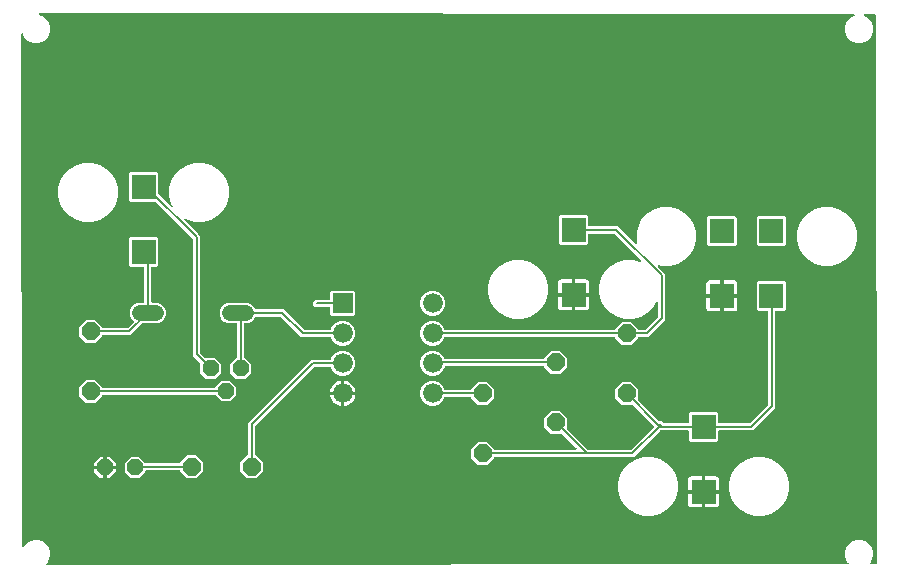
<source format=gbr>
G04 EAGLE Gerber RS-274X export*
G75*
%MOMM*%
%FSLAX34Y34*%
%LPD*%
%INTop Copper*%
%IPPOS*%
%AMOC8*
5,1,8,0,0,1.08239X$1,22.5*%
G01*
%ADD10C,1.320800*%
%ADD11P,1.429621X8X202.500000*%
%ADD12R,1.676400X1.676400*%
%ADD13C,1.676400*%
%ADD14P,1.649562X8X112.500000*%
%ADD15P,1.649562X8X202.500000*%
%ADD16R,2.100000X2.100000*%
%ADD17C,0.203200*%

G36*
X690974Y159988D02*
X690974Y159988D01*
X691045Y160000D01*
X691116Y160001D01*
X691165Y160019D01*
X691217Y160028D01*
X691280Y160061D01*
X691347Y160086D01*
X691388Y160119D01*
X691434Y160143D01*
X691483Y160195D01*
X691539Y160240D01*
X691567Y160284D01*
X691604Y160322D01*
X691634Y160387D01*
X691672Y160447D01*
X691685Y160497D01*
X691707Y160545D01*
X691715Y160616D01*
X691732Y160685D01*
X691728Y160737D01*
X691734Y160790D01*
X691719Y160859D01*
X691713Y160930D01*
X691693Y160979D01*
X691681Y161030D01*
X691645Y161091D01*
X691617Y161157D01*
X691572Y161213D01*
X691555Y161241D01*
X691537Y161256D01*
X691512Y161288D01*
X690506Y162293D01*
X688693Y166671D01*
X688693Y171409D01*
X690506Y175787D01*
X693857Y179137D01*
X698235Y180951D01*
X702973Y180951D01*
X707351Y179137D01*
X710701Y175787D01*
X712514Y171409D01*
X712514Y166671D01*
X710701Y162293D01*
X709715Y161307D01*
X709673Y161249D01*
X709624Y161196D01*
X709602Y161149D01*
X709572Y161108D01*
X709551Y161039D01*
X709520Y160973D01*
X709515Y160922D01*
X709499Y160872D01*
X709501Y160800D01*
X709493Y160729D01*
X709504Y160678D01*
X709506Y160627D01*
X709531Y160559D01*
X709546Y160488D01*
X709572Y160444D01*
X709590Y160396D01*
X709635Y160339D01*
X709672Y160277D01*
X709712Y160244D01*
X709744Y160204D01*
X709805Y160165D01*
X709859Y160118D01*
X709907Y160099D01*
X709951Y160071D01*
X710021Y160053D01*
X710088Y160026D01*
X710158Y160018D01*
X710189Y160010D01*
X710213Y160012D01*
X710254Y160008D01*
X714727Y160012D01*
X714747Y160016D01*
X714767Y160013D01*
X714868Y160036D01*
X714969Y160052D01*
X714987Y160062D01*
X715007Y160066D01*
X715096Y160119D01*
X715187Y160168D01*
X715200Y160182D01*
X715218Y160193D01*
X715285Y160271D01*
X715356Y160346D01*
X715364Y160365D01*
X715377Y160380D01*
X715416Y160476D01*
X715459Y160569D01*
X715461Y160589D01*
X715469Y160608D01*
X715487Y160775D01*
X714678Y624856D01*
X714675Y624875D01*
X714678Y624893D01*
X714655Y624996D01*
X714638Y625099D01*
X714630Y625115D01*
X714626Y625134D01*
X714572Y625224D01*
X714523Y625316D01*
X714509Y625329D01*
X714500Y625345D01*
X714420Y625413D01*
X714344Y625485D01*
X714327Y625493D01*
X714313Y625505D01*
X714215Y625545D01*
X714121Y625588D01*
X714102Y625590D01*
X714085Y625597D01*
X713918Y625616D01*
X705283Y625627D01*
X705187Y625611D01*
X705089Y625602D01*
X705066Y625592D01*
X705040Y625587D01*
X704954Y625542D01*
X704864Y625502D01*
X704846Y625485D01*
X704823Y625473D01*
X704755Y625402D01*
X704683Y625336D01*
X704671Y625313D01*
X704653Y625294D01*
X704612Y625206D01*
X704565Y625120D01*
X704560Y625095D01*
X704549Y625072D01*
X704538Y624974D01*
X704521Y624878D01*
X704525Y624853D01*
X704522Y624827D01*
X704543Y624731D01*
X704557Y624635D01*
X704568Y624612D01*
X704574Y624587D01*
X704624Y624503D01*
X704668Y624415D01*
X704687Y624397D01*
X704700Y624375D01*
X704774Y624312D01*
X704844Y624243D01*
X704872Y624228D01*
X704887Y624215D01*
X704917Y624203D01*
X704991Y624162D01*
X707351Y623185D01*
X710701Y619834D01*
X712514Y615457D01*
X712514Y610718D01*
X710701Y606340D01*
X707351Y602990D01*
X702973Y601177D01*
X698235Y601177D01*
X693857Y602990D01*
X690506Y606340D01*
X688693Y610718D01*
X688693Y615457D01*
X690506Y619834D01*
X693857Y623185D01*
X696245Y624174D01*
X696327Y624225D01*
X696413Y624270D01*
X696431Y624290D01*
X696454Y624304D01*
X696516Y624378D01*
X696582Y624448D01*
X696594Y624473D01*
X696611Y624493D01*
X696645Y624583D01*
X696686Y624671D01*
X696689Y624698D01*
X696699Y624723D01*
X696703Y624819D01*
X696714Y624916D01*
X696708Y624942D01*
X696709Y624968D01*
X696682Y625061D01*
X696662Y625156D01*
X696648Y625179D01*
X696641Y625205D01*
X696586Y625284D01*
X696536Y625367D01*
X696516Y625385D01*
X696500Y625407D01*
X696423Y625465D01*
X696349Y625528D01*
X696324Y625538D01*
X696303Y625553D01*
X696211Y625583D01*
X696121Y625620D01*
X696088Y625624D01*
X696069Y625630D01*
X696036Y625629D01*
X695954Y625639D01*
X6589Y626502D01*
X6493Y626486D01*
X6395Y626477D01*
X6372Y626466D01*
X6347Y626462D01*
X6260Y626416D01*
X6171Y626377D01*
X6152Y626359D01*
X6129Y626347D01*
X6061Y626276D01*
X5990Y626210D01*
X5977Y626188D01*
X5960Y626169D01*
X5918Y626081D01*
X5871Y625995D01*
X5866Y625970D01*
X5856Y625946D01*
X5845Y625849D01*
X5827Y625753D01*
X5831Y625727D01*
X5828Y625702D01*
X5849Y625606D01*
X5863Y625509D01*
X5875Y625487D01*
X5880Y625461D01*
X5930Y625377D01*
X5975Y625290D01*
X5993Y625272D01*
X6006Y625250D01*
X6080Y625186D01*
X6150Y625118D01*
X6178Y625102D01*
X6193Y625090D01*
X6223Y625078D01*
X6297Y625037D01*
X10769Y623185D01*
X14119Y619834D01*
X15933Y615457D01*
X15933Y610718D01*
X14119Y606340D01*
X10769Y602990D01*
X6391Y601177D01*
X1653Y601177D01*
X-2725Y602990D01*
X-6075Y606340D01*
X-7207Y609072D01*
X-7258Y609155D01*
X-7304Y609242D01*
X-7323Y609259D01*
X-7336Y609281D01*
X-7412Y609343D01*
X-7483Y609411D01*
X-7506Y609421D01*
X-7526Y609438D01*
X-7618Y609473D01*
X-7706Y609514D01*
X-7732Y609517D01*
X-7756Y609526D01*
X-7853Y609530D01*
X-7951Y609541D01*
X-7976Y609535D01*
X-8001Y609536D01*
X-8095Y609509D01*
X-8191Y609488D01*
X-8213Y609475D01*
X-8237Y609468D01*
X-8318Y609412D01*
X-8402Y609361D01*
X-8419Y609342D01*
X-8440Y609327D01*
X-8498Y609249D01*
X-8562Y609174D01*
X-8571Y609151D01*
X-8586Y609130D01*
X-8617Y609037D01*
X-8653Y608946D01*
X-8657Y608914D01*
X-8663Y608896D01*
X-8662Y608863D01*
X-8671Y608779D01*
X-7919Y175163D01*
X-7903Y175068D01*
X-7894Y174971D01*
X-7883Y174947D01*
X-7878Y174921D01*
X-7833Y174835D01*
X-7794Y174747D01*
X-7776Y174727D01*
X-7763Y174703D01*
X-7693Y174637D01*
X-7627Y174566D01*
X-7604Y174553D01*
X-7584Y174534D01*
X-7497Y174494D01*
X-7412Y174447D01*
X-7385Y174442D01*
X-7361Y174431D01*
X-7265Y174421D01*
X-7170Y174403D01*
X-7143Y174407D01*
X-7116Y174404D01*
X-7022Y174425D01*
X-6926Y174439D01*
X-6902Y174451D01*
X-6876Y174457D01*
X-6793Y174507D01*
X-6707Y174551D01*
X-6688Y174570D01*
X-6665Y174584D01*
X-6602Y174657D01*
X-6535Y174726D01*
X-6519Y174756D01*
X-6506Y174771D01*
X-6493Y174801D01*
X-6454Y174873D01*
X-6075Y175787D01*
X-2725Y179137D01*
X1653Y180951D01*
X6391Y180951D01*
X10769Y179137D01*
X14119Y175787D01*
X15933Y171409D01*
X15933Y166671D01*
X14119Y162293D01*
X12419Y160593D01*
X12377Y160534D01*
X12327Y160482D01*
X12306Y160435D01*
X12275Y160393D01*
X12254Y160324D01*
X12224Y160259D01*
X12218Y160207D01*
X12203Y160158D01*
X12205Y160086D01*
X12197Y160014D01*
X12208Y159964D01*
X12209Y159912D01*
X12234Y159844D01*
X12250Y159774D01*
X12276Y159730D01*
X12294Y159681D01*
X12339Y159625D01*
X12376Y159563D01*
X12415Y159529D01*
X12448Y159489D01*
X12508Y159450D01*
X12563Y159403D01*
X12611Y159384D01*
X12655Y159356D01*
X12724Y159338D01*
X12791Y159312D01*
X12862Y159304D01*
X12893Y159296D01*
X12917Y159298D01*
X12958Y159293D01*
X690974Y159988D01*
G37*
%LPC*%
G36*
X337445Y345180D02*
X337445Y345180D01*
X333617Y346766D01*
X330687Y349695D01*
X329101Y353523D01*
X329101Y357667D01*
X330687Y361494D01*
X333617Y364424D01*
X337445Y366010D01*
X341588Y366010D01*
X345416Y364424D01*
X348345Y361494D01*
X349331Y359114D01*
X349393Y359014D01*
X349453Y358914D01*
X349458Y358910D01*
X349461Y358905D01*
X349552Y358830D01*
X349640Y358754D01*
X349646Y358752D01*
X349651Y358748D01*
X349759Y358706D01*
X349868Y358662D01*
X349876Y358661D01*
X349880Y358660D01*
X349898Y358659D01*
X350035Y358644D01*
X493333Y358644D01*
X493353Y358647D01*
X493372Y358645D01*
X493474Y358667D01*
X493576Y358683D01*
X493593Y358693D01*
X493613Y358697D01*
X493702Y358750D01*
X493793Y358798D01*
X493807Y358813D01*
X493824Y358823D01*
X493891Y358902D01*
X493962Y358977D01*
X493971Y358995D01*
X493984Y359010D01*
X494022Y359106D01*
X494066Y359200D01*
X494068Y359220D01*
X494076Y359238D01*
X494094Y359405D01*
X494094Y359523D01*
X499749Y365178D01*
X507745Y365178D01*
X513400Y359523D01*
X513400Y359335D01*
X513403Y359315D01*
X513401Y359296D01*
X513423Y359194D01*
X513439Y359092D01*
X513449Y359075D01*
X513453Y359055D01*
X513506Y358966D01*
X513554Y358875D01*
X513569Y358861D01*
X513579Y358844D01*
X513658Y358777D01*
X513733Y358706D01*
X513751Y358697D01*
X513766Y358684D01*
X513862Y358645D01*
X513956Y358602D01*
X513976Y358600D01*
X513994Y358592D01*
X514161Y358574D01*
X519030Y358574D01*
X519120Y358589D01*
X519211Y358596D01*
X519241Y358608D01*
X519273Y358614D01*
X519354Y358656D01*
X519438Y358692D01*
X519470Y358718D01*
X519491Y358729D01*
X519513Y358752D01*
X519569Y358797D01*
X530075Y369303D01*
X530128Y369377D01*
X530188Y369446D01*
X530200Y369477D01*
X530218Y369503D01*
X530245Y369590D01*
X530279Y369675D01*
X530284Y369716D01*
X530291Y369738D01*
X530290Y369770D01*
X530298Y369841D01*
X530298Y381959D01*
X530290Y382006D01*
X530292Y382054D01*
X530270Y382127D01*
X530258Y382201D01*
X530236Y382244D01*
X530222Y382290D01*
X530179Y382352D01*
X530143Y382419D01*
X530108Y382452D01*
X530081Y382491D01*
X530020Y382536D01*
X529965Y382588D01*
X529921Y382608D01*
X529883Y382637D01*
X529810Y382660D01*
X529742Y382692D01*
X529694Y382697D01*
X529648Y382712D01*
X529572Y382711D01*
X529497Y382719D01*
X529450Y382709D01*
X529402Y382708D01*
X529331Y382683D01*
X529257Y382667D01*
X529216Y382642D01*
X529170Y382626D01*
X529111Y382579D01*
X529046Y382540D01*
X529015Y382504D01*
X528977Y382474D01*
X528901Y382371D01*
X528886Y382354D01*
X528883Y382347D01*
X528877Y382339D01*
X525981Y377323D01*
X521297Y372638D01*
X515559Y369326D01*
X509160Y367611D01*
X502535Y367611D01*
X496136Y369326D01*
X490398Y372638D01*
X485714Y377323D01*
X482401Y383060D01*
X480687Y389459D01*
X480687Y396084D01*
X482401Y402483D01*
X485714Y408221D01*
X490398Y412905D01*
X496136Y416218D01*
X502535Y417932D01*
X509160Y417932D01*
X515444Y416249D01*
X515491Y416244D01*
X515537Y416230D01*
X515613Y416232D01*
X515688Y416224D01*
X515735Y416235D01*
X515783Y416236D01*
X515854Y416262D01*
X515928Y416279D01*
X515969Y416304D01*
X516014Y416321D01*
X516073Y416368D01*
X516138Y416408D01*
X516169Y416444D01*
X516206Y416474D01*
X516247Y416538D01*
X516296Y416596D01*
X516313Y416641D01*
X516339Y416681D01*
X516358Y416755D01*
X516385Y416825D01*
X516387Y416873D01*
X516399Y416920D01*
X516393Y416995D01*
X516397Y417071D01*
X516384Y417117D01*
X516380Y417165D01*
X516350Y417235D01*
X516330Y417308D01*
X516302Y417347D01*
X516284Y417391D01*
X516203Y417492D01*
X516190Y417511D01*
X516185Y417515D01*
X516179Y417522D01*
X493801Y439900D01*
X493727Y439953D01*
X493658Y440013D01*
X493628Y440025D01*
X493601Y440044D01*
X493515Y440070D01*
X493430Y440105D01*
X493389Y440109D01*
X493366Y440116D01*
X493334Y440115D01*
X493263Y440123D01*
X472141Y440123D01*
X472122Y440120D01*
X472102Y440122D01*
X472001Y440100D01*
X471899Y440083D01*
X471881Y440074D01*
X471862Y440070D01*
X471773Y440016D01*
X471681Y439968D01*
X471668Y439954D01*
X471651Y439944D01*
X471583Y439865D01*
X471512Y439790D01*
X471504Y439772D01*
X471491Y439757D01*
X471452Y439660D01*
X471408Y439567D01*
X471406Y439547D01*
X471399Y439528D01*
X471380Y439362D01*
X471380Y431830D01*
X470189Y430639D01*
X447505Y430639D01*
X446315Y431830D01*
X446315Y454514D01*
X447505Y455704D01*
X470189Y455704D01*
X471380Y454514D01*
X471380Y446982D01*
X471383Y446962D01*
X471381Y446942D01*
X471403Y446841D01*
X471420Y446739D01*
X471429Y446721D01*
X471433Y446702D01*
X471487Y446613D01*
X471535Y446522D01*
X471549Y446508D01*
X471560Y446491D01*
X471638Y446423D01*
X471713Y446352D01*
X471731Y446344D01*
X471747Y446331D01*
X471843Y446292D01*
X471936Y446249D01*
X471956Y446246D01*
X471975Y446239D01*
X472141Y446220D01*
X496104Y446220D01*
X511686Y430638D01*
X511725Y430610D01*
X511758Y430575D01*
X511824Y430539D01*
X511886Y430495D01*
X511932Y430481D01*
X511974Y430458D01*
X512049Y430445D01*
X512121Y430422D01*
X512169Y430424D01*
X512216Y430415D01*
X512291Y430427D01*
X512367Y430429D01*
X512412Y430445D01*
X512459Y430452D01*
X512526Y430487D01*
X512598Y430513D01*
X512635Y430543D01*
X512678Y430565D01*
X512731Y430619D01*
X512790Y430667D01*
X512816Y430707D01*
X512849Y430742D01*
X512882Y430810D01*
X512923Y430874D01*
X512935Y430920D01*
X512955Y430964D01*
X512964Y431039D01*
X512983Y431112D01*
X512979Y431160D01*
X512985Y431208D01*
X512966Y431335D01*
X512964Y431358D01*
X512961Y431364D01*
X512960Y431374D01*
X512145Y434413D01*
X512145Y441038D01*
X513860Y447437D01*
X517172Y453174D01*
X521857Y457859D01*
X527594Y461171D01*
X533994Y462886D01*
X540619Y462886D01*
X547018Y461171D01*
X552755Y457859D01*
X557440Y453174D01*
X560752Y447437D01*
X562467Y441038D01*
X562467Y434413D01*
X560752Y428013D01*
X557440Y422276D01*
X552755Y417592D01*
X547018Y414279D01*
X540619Y412564D01*
X533994Y412564D01*
X530955Y413379D01*
X530907Y413384D01*
X530861Y413398D01*
X530785Y413396D01*
X530710Y413403D01*
X530663Y413393D01*
X530615Y413391D01*
X530544Y413365D01*
X530470Y413348D01*
X530429Y413323D01*
X530384Y413307D01*
X530325Y413260D01*
X530260Y413220D01*
X530229Y413183D01*
X530192Y413153D01*
X530151Y413089D01*
X530102Y413031D01*
X530085Y412987D01*
X530059Y412946D01*
X530041Y412873D01*
X530013Y412802D01*
X530011Y412754D01*
X529999Y412708D01*
X530005Y412632D01*
X530001Y412556D01*
X530014Y412510D01*
X530018Y412462D01*
X530048Y412393D01*
X530068Y412320D01*
X530096Y412280D01*
X530114Y412236D01*
X530195Y412136D01*
X530208Y412117D01*
X530213Y412113D01*
X530219Y412105D01*
X534387Y407938D01*
X536395Y405929D01*
X536395Y367000D01*
X521871Y352476D01*
X514161Y352476D01*
X514141Y352473D01*
X514121Y352475D01*
X514020Y352453D01*
X513918Y352437D01*
X513900Y352427D01*
X513881Y352423D01*
X513792Y352370D01*
X513701Y352322D01*
X513687Y352307D01*
X513670Y352297D01*
X513603Y352218D01*
X513531Y352143D01*
X513523Y352125D01*
X513510Y352110D01*
X513471Y352014D01*
X513428Y351920D01*
X513425Y351900D01*
X513418Y351882D01*
X513400Y351715D01*
X513400Y351527D01*
X507745Y345872D01*
X499749Y345872D01*
X494094Y351527D01*
X494094Y351785D01*
X494091Y351805D01*
X494093Y351824D01*
X494071Y351926D01*
X494054Y352028D01*
X494045Y352045D01*
X494041Y352065D01*
X493988Y352154D01*
X493939Y352245D01*
X493925Y352259D01*
X493915Y352276D01*
X493836Y352343D01*
X493761Y352414D01*
X493743Y352423D01*
X493728Y352436D01*
X493631Y352475D01*
X493538Y352518D01*
X493518Y352520D01*
X493500Y352528D01*
X493333Y352546D01*
X350035Y352546D01*
X349920Y352527D01*
X349804Y352510D01*
X349798Y352507D01*
X349792Y352506D01*
X349689Y352452D01*
X349585Y352399D01*
X349580Y352394D01*
X349575Y352391D01*
X349495Y352307D01*
X349412Y352223D01*
X349409Y352217D01*
X349405Y352213D01*
X349397Y352196D01*
X349331Y352076D01*
X348345Y349695D01*
X345416Y346766D01*
X341588Y345180D01*
X337445Y345180D01*
G37*
%LPD*%
%LPC*%
G36*
X377833Y244270D02*
X377833Y244270D01*
X372179Y249924D01*
X372179Y257921D01*
X377833Y263575D01*
X385830Y263575D01*
X391484Y257921D01*
X391484Y257733D01*
X391487Y257713D01*
X391485Y257693D01*
X391507Y257592D01*
X391524Y257490D01*
X391533Y257472D01*
X391537Y257453D01*
X391591Y257364D01*
X391639Y257272D01*
X391653Y257259D01*
X391664Y257242D01*
X391742Y257174D01*
X391817Y257103D01*
X391835Y257095D01*
X391850Y257082D01*
X391947Y257043D01*
X392040Y256999D01*
X392060Y256997D01*
X392079Y256990D01*
X392245Y256971D01*
X460685Y256971D01*
X460756Y256983D01*
X460828Y256985D01*
X460877Y257003D01*
X460928Y257011D01*
X460991Y257044D01*
X461059Y257069D01*
X461100Y257102D01*
X461145Y257126D01*
X461195Y257178D01*
X461251Y257223D01*
X461279Y257267D01*
X461315Y257304D01*
X461345Y257369D01*
X461384Y257430D01*
X461397Y257480D01*
X461418Y257528D01*
X461426Y257599D01*
X461444Y257668D01*
X461440Y257720D01*
X461446Y257772D01*
X461430Y257842D01*
X461425Y257914D01*
X461404Y257961D01*
X461393Y258012D01*
X461356Y258074D01*
X461328Y258140D01*
X461284Y258196D01*
X461267Y258223D01*
X461249Y258239D01*
X461224Y258271D01*
X448844Y270651D01*
X448827Y270662D01*
X448815Y270678D01*
X448728Y270734D01*
X448644Y270794D01*
X448625Y270800D01*
X448608Y270811D01*
X448508Y270836D01*
X448409Y270867D01*
X448389Y270866D01*
X448370Y270871D01*
X448267Y270863D01*
X448163Y270860D01*
X448144Y270853D01*
X448124Y270852D01*
X448030Y270812D01*
X447932Y270776D01*
X447916Y270763D01*
X447898Y270756D01*
X447767Y270651D01*
X447634Y270518D01*
X439637Y270518D01*
X433983Y276172D01*
X433983Y284169D01*
X439637Y289823D01*
X447634Y289823D01*
X453288Y284169D01*
X453288Y276172D01*
X453155Y276039D01*
X453144Y276023D01*
X453128Y276010D01*
X453072Y275923D01*
X453012Y275839D01*
X453006Y275820D01*
X452995Y275803D01*
X452970Y275703D01*
X452939Y275604D01*
X452940Y275584D01*
X452935Y275565D01*
X452943Y275462D01*
X452946Y275358D01*
X452953Y275339D01*
X452954Y275320D01*
X452994Y275225D01*
X453030Y275127D01*
X453043Y275112D01*
X453050Y275093D01*
X453155Y274962D01*
X470923Y257194D01*
X470997Y257141D01*
X471067Y257082D01*
X471097Y257070D01*
X471123Y257051D01*
X471210Y257024D01*
X471295Y256990D01*
X471336Y256985D01*
X471358Y256978D01*
X471390Y256979D01*
X471462Y256971D01*
X506756Y256971D01*
X506846Y256986D01*
X506937Y256993D01*
X506967Y257006D01*
X506999Y257011D01*
X507080Y257054D01*
X507163Y257089D01*
X507196Y257115D01*
X507216Y257126D01*
X507238Y257149D01*
X507294Y257194D01*
X526592Y276492D01*
X526604Y276508D01*
X526619Y276520D01*
X526675Y276608D01*
X526736Y276692D01*
X526741Y276710D01*
X526752Y276727D01*
X526777Y276828D01*
X526808Y276927D01*
X526807Y276947D01*
X526812Y276966D01*
X526804Y277069D01*
X526802Y277172D01*
X526795Y277191D01*
X526793Y277211D01*
X526753Y277306D01*
X526717Y277403D01*
X526705Y277419D01*
X526697Y277437D01*
X526592Y277568D01*
X508955Y295205D01*
X508939Y295217D01*
X508926Y295233D01*
X508839Y295289D01*
X508755Y295349D01*
X508736Y295355D01*
X508719Y295366D01*
X508619Y295391D01*
X508520Y295421D01*
X508500Y295421D01*
X508481Y295426D01*
X508378Y295418D01*
X508274Y295415D01*
X508255Y295408D01*
X508236Y295407D01*
X508141Y295366D01*
X508043Y295331D01*
X508027Y295318D01*
X508009Y295310D01*
X507878Y295205D01*
X507745Y295072D01*
X499749Y295072D01*
X494094Y300727D01*
X494094Y308723D01*
X499749Y314378D01*
X507745Y314378D01*
X513400Y308723D01*
X513400Y300727D01*
X513266Y300594D01*
X513255Y300577D01*
X513239Y300565D01*
X513183Y300478D01*
X513123Y300394D01*
X513117Y300375D01*
X513106Y300358D01*
X513081Y300258D01*
X513050Y300159D01*
X513051Y300139D01*
X513046Y300120D01*
X513054Y300017D01*
X513057Y299913D01*
X513064Y299894D01*
X513065Y299874D01*
X513106Y299779D01*
X513141Y299682D01*
X513154Y299666D01*
X513162Y299648D01*
X513266Y299517D01*
X531423Y281360D01*
X531497Y281307D01*
X531567Y281247D01*
X531597Y281235D01*
X531623Y281216D01*
X531710Y281190D01*
X531795Y281155D01*
X531836Y281151D01*
X531858Y281144D01*
X531890Y281145D01*
X531962Y281137D01*
X533763Y281137D01*
X535233Y279667D01*
X535307Y279614D01*
X535377Y279554D01*
X535407Y279542D01*
X535433Y279523D01*
X535520Y279496D01*
X535605Y279462D01*
X535646Y279458D01*
X535668Y279451D01*
X535700Y279452D01*
X535771Y279444D01*
X555609Y279444D01*
X555629Y279447D01*
X555649Y279445D01*
X555750Y279467D01*
X555852Y279484D01*
X555869Y279493D01*
X555889Y279497D01*
X555978Y279550D01*
X556069Y279599D01*
X556083Y279613D01*
X556100Y279623D01*
X556167Y279702D01*
X556239Y279777D01*
X556247Y279795D01*
X556260Y279810D01*
X556299Y279906D01*
X556342Y280000D01*
X556344Y280020D01*
X556352Y280038D01*
X556370Y280205D01*
X556370Y287737D01*
X557561Y288928D01*
X580245Y288928D01*
X581436Y287737D01*
X581436Y280205D01*
X581439Y280185D01*
X581437Y280166D01*
X581459Y280064D01*
X581476Y279962D01*
X581485Y279945D01*
X581489Y279925D01*
X581542Y279836D01*
X581591Y279745D01*
X581605Y279731D01*
X581615Y279714D01*
X581694Y279647D01*
X581769Y279576D01*
X581787Y279567D01*
X581802Y279554D01*
X581898Y279515D01*
X581992Y279472D01*
X582012Y279470D01*
X582030Y279462D01*
X582197Y279444D01*
X607524Y279444D01*
X607614Y279459D01*
X607705Y279466D01*
X607734Y279478D01*
X607766Y279484D01*
X607847Y279526D01*
X607931Y279562D01*
X607963Y279588D01*
X607984Y279599D01*
X608006Y279622D01*
X608062Y279667D01*
X623199Y294804D01*
X623252Y294878D01*
X623312Y294947D01*
X623324Y294977D01*
X623343Y295004D01*
X623369Y295091D01*
X623403Y295175D01*
X623408Y295216D01*
X623415Y295239D01*
X623414Y295271D01*
X623422Y295342D01*
X623422Y374031D01*
X623419Y374051D01*
X623421Y374071D01*
X623399Y374172D01*
X623382Y374274D01*
X623373Y374292D01*
X623369Y374311D01*
X623315Y374400D01*
X623267Y374491D01*
X623253Y374505D01*
X623242Y374522D01*
X623164Y374589D01*
X623089Y374661D01*
X623071Y374669D01*
X623056Y374682D01*
X622959Y374721D01*
X622866Y374764D01*
X622846Y374767D01*
X622827Y374774D01*
X622661Y374792D01*
X614964Y374792D01*
X613773Y375983D01*
X613773Y398667D01*
X614964Y399858D01*
X637648Y399858D01*
X638839Y398667D01*
X638839Y375983D01*
X637648Y374792D01*
X630281Y374792D01*
X630261Y374789D01*
X630241Y374791D01*
X630140Y374769D01*
X630038Y374753D01*
X630020Y374743D01*
X630001Y374739D01*
X629912Y374686D01*
X629821Y374638D01*
X629807Y374623D01*
X629790Y374613D01*
X629722Y374534D01*
X629651Y374459D01*
X629643Y374441D01*
X629630Y374426D01*
X629591Y374330D01*
X629548Y374236D01*
X629545Y374216D01*
X629538Y374198D01*
X629519Y374031D01*
X629519Y292501D01*
X610365Y273346D01*
X582197Y273346D01*
X582177Y273343D01*
X582158Y273345D01*
X582056Y273323D01*
X581954Y273307D01*
X581937Y273297D01*
X581917Y273293D01*
X581828Y273240D01*
X581737Y273192D01*
X581723Y273177D01*
X581706Y273167D01*
X581639Y273088D01*
X581568Y273013D01*
X581559Y272995D01*
X581546Y272980D01*
X581508Y272884D01*
X581464Y272790D01*
X581462Y272770D01*
X581454Y272752D01*
X581436Y272585D01*
X581436Y265053D01*
X580245Y263862D01*
X557561Y263862D01*
X556370Y265053D01*
X556370Y272585D01*
X556367Y272605D01*
X556369Y272625D01*
X556347Y272726D01*
X556331Y272828D01*
X556321Y272845D01*
X556317Y272865D01*
X556264Y272954D01*
X556216Y273045D01*
X556201Y273059D01*
X556191Y273076D01*
X556112Y273143D01*
X556037Y273215D01*
X556019Y273223D01*
X556004Y273236D01*
X555908Y273275D01*
X555814Y273318D01*
X555794Y273320D01*
X555776Y273328D01*
X555609Y273346D01*
X532385Y273346D01*
X532295Y273332D01*
X532204Y273325D01*
X532174Y273312D01*
X532142Y273307D01*
X532062Y273264D01*
X531978Y273228D01*
X531946Y273203D01*
X531925Y273192D01*
X531903Y273168D01*
X531847Y273123D01*
X511606Y252883D01*
X509597Y250874D01*
X392245Y250874D01*
X392226Y250871D01*
X392206Y250873D01*
X392105Y250851D01*
X392003Y250834D01*
X391985Y250825D01*
X391966Y250821D01*
X391876Y250767D01*
X391785Y250719D01*
X391772Y250705D01*
X391754Y250694D01*
X391687Y250616D01*
X391616Y250541D01*
X391607Y250523D01*
X391594Y250507D01*
X391556Y250411D01*
X391512Y250318D01*
X391510Y250298D01*
X391503Y250279D01*
X391484Y250113D01*
X391484Y249924D01*
X385830Y244270D01*
X377833Y244270D01*
G37*
%LPD*%
%LPC*%
G36*
X147916Y317332D02*
X147916Y317332D01*
X142857Y322391D01*
X142857Y329634D01*
X142878Y329717D01*
X142908Y329816D01*
X142908Y329836D01*
X142913Y329855D01*
X142905Y329958D01*
X142902Y330062D01*
X142895Y330081D01*
X142894Y330101D01*
X142853Y330196D01*
X142818Y330293D01*
X142805Y330309D01*
X142797Y330327D01*
X142693Y330458D01*
X136637Y336513D01*
X136637Y435258D01*
X136623Y435348D01*
X136615Y435439D01*
X136603Y435469D01*
X136598Y435501D01*
X136555Y435582D01*
X136519Y435666D01*
X136493Y435698D01*
X136482Y435718D01*
X136459Y435741D01*
X136414Y435796D01*
X105392Y466819D01*
X105318Y466872D01*
X105248Y466932D01*
X105218Y466944D01*
X105192Y466963D01*
X105105Y466989D01*
X105020Y467024D01*
X104979Y467028D01*
X104957Y467035D01*
X104925Y467034D01*
X104853Y467042D01*
X83475Y467042D01*
X82284Y468233D01*
X82284Y490917D01*
X83475Y492108D01*
X106159Y492108D01*
X107350Y490917D01*
X107350Y473799D01*
X107365Y473709D01*
X107372Y473618D01*
X107384Y473589D01*
X107390Y473557D01*
X107432Y473476D01*
X107468Y473392D01*
X107494Y473360D01*
X107505Y473339D01*
X107528Y473317D01*
X107573Y473261D01*
X118108Y462726D01*
X118127Y462712D01*
X118143Y462693D01*
X118227Y462640D01*
X118308Y462583D01*
X118331Y462576D01*
X118351Y462563D01*
X118448Y462539D01*
X118543Y462510D01*
X118567Y462511D01*
X118590Y462505D01*
X118689Y462514D01*
X118789Y462517D01*
X118811Y462525D01*
X118835Y462527D01*
X118926Y462567D01*
X119020Y462601D01*
X119038Y462616D01*
X119060Y462626D01*
X119134Y462692D01*
X119212Y462755D01*
X119225Y462775D01*
X119242Y462791D01*
X119291Y462878D01*
X119345Y462962D01*
X119350Y462985D01*
X119362Y463006D01*
X119380Y463104D01*
X119405Y463200D01*
X119403Y463224D01*
X119407Y463248D01*
X119393Y463346D01*
X119386Y463445D01*
X119376Y463467D01*
X119373Y463491D01*
X119305Y463645D01*
X118371Y465263D01*
X116656Y471662D01*
X116656Y478287D01*
X118371Y484687D01*
X121684Y490424D01*
X126368Y495108D01*
X132105Y498421D01*
X138505Y500136D01*
X145130Y500136D01*
X151529Y498421D01*
X157266Y495108D01*
X161951Y490424D01*
X165263Y484687D01*
X166978Y478287D01*
X166978Y471662D01*
X165263Y465263D01*
X161951Y459526D01*
X157266Y454841D01*
X151529Y451529D01*
X145130Y449814D01*
X138505Y449814D01*
X132105Y451529D01*
X130487Y452463D01*
X130465Y452471D01*
X130445Y452486D01*
X130350Y452515D01*
X130257Y452550D01*
X130233Y452551D01*
X130210Y452558D01*
X130111Y452555D01*
X130012Y452559D01*
X129988Y452552D01*
X129964Y452552D01*
X129871Y452517D01*
X129776Y452489D01*
X129756Y452475D01*
X129733Y452467D01*
X129656Y452405D01*
X129574Y452348D01*
X129560Y452328D01*
X129541Y452313D01*
X129487Y452230D01*
X129429Y452150D01*
X129421Y452127D01*
X129408Y452106D01*
X129384Y452010D01*
X129354Y451915D01*
X129354Y451891D01*
X129348Y451868D01*
X129356Y451769D01*
X129357Y451669D01*
X129366Y451647D01*
X129367Y451623D01*
X129406Y451531D01*
X129439Y451438D01*
X129454Y451419D01*
X129464Y451396D01*
X129569Y451265D01*
X140726Y440108D01*
X142735Y438099D01*
X142735Y339354D01*
X142750Y339264D01*
X142757Y339173D01*
X142769Y339143D01*
X142775Y339111D01*
X142817Y339031D01*
X142853Y338947D01*
X142879Y338915D01*
X142890Y338894D01*
X142913Y338872D01*
X142958Y338816D01*
X147004Y334770D01*
X147020Y334758D01*
X147033Y334742D01*
X147120Y334686D01*
X147204Y334626D01*
X147223Y334620D01*
X147240Y334609D01*
X147340Y334584D01*
X147439Y334554D01*
X147459Y334554D01*
X147478Y334549D01*
X147582Y334557D01*
X147685Y334560D01*
X147704Y334567D01*
X147724Y334568D01*
X147810Y334605D01*
X155071Y334605D01*
X160130Y329546D01*
X160130Y322391D01*
X155071Y317332D01*
X147916Y317332D01*
G37*
%LPD*%
%LPC*%
G36*
X44505Y449814D02*
X44505Y449814D01*
X38105Y451529D01*
X32368Y454841D01*
X27684Y459526D01*
X24371Y465263D01*
X22656Y471662D01*
X22656Y478287D01*
X24371Y484687D01*
X27684Y490424D01*
X32368Y495108D01*
X38105Y498421D01*
X44505Y500136D01*
X51130Y500136D01*
X57529Y498421D01*
X63266Y495108D01*
X67951Y490424D01*
X71263Y484687D01*
X72978Y478287D01*
X72978Y471662D01*
X71263Y465263D01*
X67951Y459526D01*
X63266Y454841D01*
X57529Y451529D01*
X51130Y449814D01*
X44505Y449814D01*
G37*
%LPD*%
%LPC*%
G36*
X669994Y412564D02*
X669994Y412564D01*
X663594Y414279D01*
X657857Y417592D01*
X653172Y422276D01*
X649860Y428013D01*
X648145Y434413D01*
X648145Y441038D01*
X649860Y447437D01*
X653172Y453174D01*
X657857Y457859D01*
X663594Y461171D01*
X669994Y462886D01*
X676619Y462886D01*
X683018Y461171D01*
X688755Y457859D01*
X693440Y453174D01*
X696752Y447437D01*
X698467Y441038D01*
X698467Y434413D01*
X696752Y428013D01*
X693440Y422276D01*
X688755Y417592D01*
X683018Y414279D01*
X676619Y412564D01*
X669994Y412564D01*
G37*
%LPD*%
%LPC*%
G36*
X408535Y367611D02*
X408535Y367611D01*
X402136Y369326D01*
X396398Y372638D01*
X391714Y377323D01*
X388401Y383060D01*
X386687Y389459D01*
X386687Y396084D01*
X388401Y402483D01*
X391714Y408221D01*
X396398Y412905D01*
X402136Y416218D01*
X408535Y417932D01*
X415160Y417932D01*
X421559Y416218D01*
X427297Y412905D01*
X431981Y408221D01*
X435294Y402483D01*
X437008Y396084D01*
X437008Y389459D01*
X435294Y383060D01*
X431981Y377323D01*
X427297Y372638D01*
X421559Y369326D01*
X415160Y367611D01*
X408535Y367611D01*
G37*
%LPD*%
%LPC*%
G36*
X612591Y200834D02*
X612591Y200834D01*
X606191Y202549D01*
X600454Y205861D01*
X595770Y210546D01*
X592457Y216283D01*
X590742Y222683D01*
X590742Y229308D01*
X592457Y235707D01*
X595770Y241444D01*
X600454Y246129D01*
X606191Y249441D01*
X612591Y251156D01*
X619216Y251156D01*
X625615Y249441D01*
X631352Y246129D01*
X636037Y241444D01*
X639349Y235707D01*
X641064Y229308D01*
X641064Y222683D01*
X639349Y216283D01*
X636037Y210546D01*
X631352Y205861D01*
X625615Y202549D01*
X619216Y200834D01*
X612591Y200834D01*
G37*
%LPD*%
%LPC*%
G36*
X518591Y200834D02*
X518591Y200834D01*
X512191Y202549D01*
X506454Y205861D01*
X501770Y210546D01*
X498457Y216283D01*
X496742Y222683D01*
X496742Y229308D01*
X498457Y235707D01*
X501770Y241444D01*
X506454Y246129D01*
X512191Y249441D01*
X518591Y251156D01*
X525216Y251156D01*
X531615Y249441D01*
X537352Y246129D01*
X542037Y241444D01*
X545349Y235707D01*
X547064Y229308D01*
X547064Y222683D01*
X545349Y216283D01*
X542037Y210546D01*
X537352Y205861D01*
X531615Y202549D01*
X525216Y200834D01*
X518591Y200834D01*
G37*
%LPD*%
%LPC*%
G36*
X45994Y347582D02*
X45994Y347582D01*
X40340Y353236D01*
X40340Y361233D01*
X45994Y366887D01*
X53991Y366887D01*
X59646Y361233D01*
X59646Y361045D01*
X59649Y361025D01*
X59647Y361005D01*
X59669Y360904D01*
X59685Y360802D01*
X59695Y360784D01*
X59699Y360765D01*
X59752Y360676D01*
X59800Y360585D01*
X59815Y360571D01*
X59825Y360554D01*
X59904Y360486D01*
X59979Y360415D01*
X59997Y360407D01*
X60012Y360394D01*
X60108Y360355D01*
X60202Y360312D01*
X60222Y360309D01*
X60240Y360302D01*
X60407Y360283D01*
X81220Y360283D01*
X81310Y360298D01*
X81401Y360305D01*
X81431Y360318D01*
X81463Y360323D01*
X81543Y360366D01*
X81627Y360402D01*
X81659Y360427D01*
X81680Y360438D01*
X81702Y360462D01*
X81758Y360506D01*
X86313Y365061D01*
X86325Y365078D01*
X86340Y365090D01*
X86369Y365135D01*
X86397Y365164D01*
X86415Y365203D01*
X86457Y365261D01*
X86463Y365280D01*
X86473Y365297D01*
X86491Y365367D01*
X86500Y365387D01*
X86503Y365412D01*
X86529Y365496D01*
X86529Y365516D01*
X86533Y365536D01*
X86527Y365624D01*
X86527Y365632D01*
X86525Y365641D01*
X86523Y365742D01*
X86516Y365761D01*
X86514Y365781D01*
X86474Y365876D01*
X86438Y365973D01*
X86426Y365989D01*
X86418Y366007D01*
X86313Y366138D01*
X84490Y367961D01*
X83176Y371135D01*
X83176Y374571D01*
X84490Y377745D01*
X86920Y380175D01*
X90094Y381490D01*
X94606Y381490D01*
X94626Y381493D01*
X94646Y381491D01*
X94747Y381513D01*
X94849Y381530D01*
X94867Y381539D01*
X94886Y381543D01*
X94975Y381596D01*
X95066Y381645D01*
X95080Y381659D01*
X95097Y381669D01*
X95165Y381748D01*
X95236Y381823D01*
X95244Y381841D01*
X95257Y381856D01*
X95296Y381952D01*
X95339Y382046D01*
X95342Y382066D01*
X95349Y382084D01*
X95368Y382251D01*
X95368Y411281D01*
X95365Y411295D01*
X95367Y411307D01*
X95366Y411311D01*
X95367Y411320D01*
X95345Y411422D01*
X95328Y411524D01*
X95319Y411541D01*
X95314Y411561D01*
X95261Y411650D01*
X95213Y411741D01*
X95198Y411755D01*
X95188Y411772D01*
X95109Y411839D01*
X95034Y411910D01*
X95016Y411919D01*
X95001Y411932D01*
X94905Y411970D01*
X94811Y412014D01*
X94792Y412016D01*
X94773Y412024D01*
X94606Y412042D01*
X83475Y412042D01*
X82284Y413233D01*
X82284Y435917D01*
X83475Y437108D01*
X106159Y437108D01*
X107350Y435917D01*
X107350Y413233D01*
X106159Y412042D01*
X102226Y412042D01*
X102207Y412039D01*
X102187Y412041D01*
X102086Y412019D01*
X101984Y412002D01*
X101966Y411993D01*
X101946Y411989D01*
X101857Y411936D01*
X101766Y411887D01*
X101752Y411873D01*
X101735Y411863D01*
X101668Y411784D01*
X101597Y411709D01*
X101588Y411691D01*
X101575Y411676D01*
X101537Y411579D01*
X101493Y411486D01*
X101491Y411466D01*
X101484Y411448D01*
X101465Y411281D01*
X101465Y382251D01*
X101468Y382231D01*
X101466Y382212D01*
X101488Y382110D01*
X101505Y382008D01*
X101514Y381991D01*
X101518Y381971D01*
X101572Y381882D01*
X101620Y381791D01*
X101634Y381777D01*
X101645Y381760D01*
X101723Y381693D01*
X101798Y381622D01*
X101816Y381613D01*
X101831Y381600D01*
X101928Y381561D01*
X102021Y381518D01*
X102041Y381516D01*
X102060Y381508D01*
X102226Y381490D01*
X106738Y381490D01*
X109913Y380175D01*
X112342Y377745D01*
X113657Y374571D01*
X113657Y371135D01*
X112342Y367961D01*
X109913Y365531D01*
X106738Y364216D01*
X94406Y364216D01*
X94316Y364202D01*
X94225Y364194D01*
X94196Y364182D01*
X94164Y364177D01*
X94083Y364134D01*
X93999Y364098D01*
X93967Y364072D01*
X93946Y364061D01*
X93924Y364038D01*
X93868Y363993D01*
X84061Y354186D01*
X60407Y354186D01*
X60387Y354183D01*
X60367Y354185D01*
X60266Y354163D01*
X60164Y354146D01*
X60146Y354137D01*
X60127Y354133D01*
X60038Y354080D01*
X59947Y354031D01*
X59933Y354017D01*
X59916Y354007D01*
X59848Y353928D01*
X59777Y353853D01*
X59769Y353835D01*
X59756Y353820D01*
X59717Y353723D01*
X59674Y353630D01*
X59671Y353610D01*
X59664Y353591D01*
X59646Y353425D01*
X59646Y353236D01*
X53991Y347582D01*
X45994Y347582D01*
G37*
%LPD*%
%LPC*%
G36*
X173316Y317332D02*
X173316Y317332D01*
X168257Y322391D01*
X168257Y329546D01*
X173378Y334667D01*
X173453Y334712D01*
X173544Y334760D01*
X173558Y334774D01*
X173575Y334785D01*
X173642Y334863D01*
X173713Y334938D01*
X173722Y334956D01*
X173735Y334971D01*
X173773Y335068D01*
X173817Y335161D01*
X173819Y335181D01*
X173826Y335200D01*
X173845Y335366D01*
X173845Y363455D01*
X173842Y363475D01*
X173844Y363495D01*
X173822Y363596D01*
X173805Y363698D01*
X173796Y363715D01*
X173792Y363735D01*
X173738Y363824D01*
X173690Y363915D01*
X173676Y363929D01*
X173665Y363946D01*
X173587Y364013D01*
X173512Y364085D01*
X173494Y364093D01*
X173479Y364106D01*
X173382Y364145D01*
X173289Y364188D01*
X173269Y364190D01*
X173250Y364198D01*
X173084Y364216D01*
X166294Y364216D01*
X163120Y365531D01*
X160690Y367961D01*
X159376Y371135D01*
X159376Y374571D01*
X160690Y377745D01*
X163120Y380175D01*
X166294Y381490D01*
X182938Y381490D01*
X186113Y380175D01*
X188542Y377745D01*
X189111Y376372D01*
X189173Y376272D01*
X189233Y376172D01*
X189237Y376168D01*
X189241Y376163D01*
X189331Y376088D01*
X189420Y376012D01*
X189425Y376010D01*
X189430Y376006D01*
X189539Y375964D01*
X189648Y375920D01*
X189655Y375919D01*
X189660Y375918D01*
X189678Y375917D01*
X189814Y375902D01*
X213458Y375902D01*
X230493Y358867D01*
X230567Y358813D01*
X230636Y358754D01*
X230666Y358742D01*
X230693Y358723D01*
X230779Y358696D01*
X230864Y358662D01*
X230905Y358658D01*
X230928Y358651D01*
X230960Y358652D01*
X231031Y358644D01*
X252798Y358644D01*
X252912Y358662D01*
X253028Y358680D01*
X253034Y358682D01*
X253040Y358683D01*
X253143Y358738D01*
X253248Y358791D01*
X253252Y358796D01*
X253258Y358798D01*
X253337Y358883D01*
X253420Y358967D01*
X253424Y358973D01*
X253427Y358977D01*
X253435Y358994D01*
X253501Y359114D01*
X254487Y361494D01*
X257417Y364424D01*
X261245Y366010D01*
X265388Y366010D01*
X269216Y364424D01*
X272145Y361494D01*
X273731Y357667D01*
X273731Y353523D01*
X272145Y349695D01*
X269216Y346766D01*
X265388Y345180D01*
X261245Y345180D01*
X257417Y346766D01*
X254487Y349695D01*
X253501Y352076D01*
X253439Y352176D01*
X253379Y352276D01*
X253375Y352280D01*
X253371Y352285D01*
X253281Y352360D01*
X253192Y352436D01*
X253187Y352438D01*
X253182Y352442D01*
X253073Y352484D01*
X252964Y352528D01*
X252957Y352529D01*
X252952Y352530D01*
X252934Y352531D01*
X252798Y352546D01*
X228190Y352546D01*
X211155Y369581D01*
X211081Y369634D01*
X211011Y369694D01*
X210981Y369706D01*
X210955Y369725D01*
X210868Y369752D01*
X210783Y369786D01*
X210742Y369790D01*
X210720Y369797D01*
X210688Y369796D01*
X210617Y369804D01*
X189814Y369804D01*
X189700Y369786D01*
X189583Y369768D01*
X189578Y369766D01*
X189572Y369765D01*
X189469Y369710D01*
X189364Y369657D01*
X189360Y369652D01*
X189354Y369649D01*
X189274Y369565D01*
X189192Y369481D01*
X189188Y369475D01*
X189185Y369471D01*
X189177Y369454D01*
X189111Y369334D01*
X188542Y367961D01*
X186113Y365531D01*
X182938Y364216D01*
X180704Y364216D01*
X180684Y364213D01*
X180664Y364215D01*
X180563Y364193D01*
X180461Y364177D01*
X180443Y364167D01*
X180424Y364163D01*
X180335Y364110D01*
X180244Y364061D01*
X180230Y364047D01*
X180213Y364037D01*
X180145Y363958D01*
X180074Y363883D01*
X180066Y363865D01*
X180053Y363850D01*
X180014Y363754D01*
X179971Y363660D01*
X179968Y363640D01*
X179961Y363622D01*
X179942Y363455D01*
X179942Y335366D01*
X179946Y335347D01*
X179943Y335327D01*
X179965Y335226D01*
X179982Y335124D01*
X179991Y335106D01*
X179996Y335087D01*
X180049Y334998D01*
X180097Y334906D01*
X180112Y334893D01*
X180122Y334875D01*
X180201Y334808D01*
X180276Y334737D01*
X180294Y334728D01*
X180309Y334716D01*
X180396Y334680D01*
X185530Y329546D01*
X185530Y322391D01*
X180471Y317332D01*
X173316Y317332D01*
G37*
%LPD*%
%LPC*%
G36*
X182358Y232921D02*
X182358Y232921D01*
X176704Y238575D01*
X176704Y246572D01*
X182358Y252226D01*
X182546Y252226D01*
X182566Y252230D01*
X182586Y252227D01*
X182687Y252249D01*
X182789Y252266D01*
X182807Y252275D01*
X182826Y252280D01*
X182915Y252333D01*
X183007Y252381D01*
X183020Y252396D01*
X183037Y252406D01*
X183105Y252485D01*
X183176Y252560D01*
X183184Y252578D01*
X183197Y252593D01*
X183236Y252689D01*
X183280Y252783D01*
X183282Y252802D01*
X183289Y252821D01*
X183308Y252988D01*
X183308Y279897D01*
X236655Y333244D01*
X252798Y333244D01*
X252912Y333262D01*
X253028Y333280D01*
X253034Y333282D01*
X253040Y333283D01*
X253143Y333338D01*
X253248Y333391D01*
X253252Y333396D01*
X253258Y333398D01*
X253337Y333483D01*
X253420Y333567D01*
X253424Y333573D01*
X253427Y333577D01*
X253435Y333594D01*
X253501Y333714D01*
X254487Y336094D01*
X257417Y339024D01*
X261245Y340610D01*
X265388Y340610D01*
X269216Y339024D01*
X272145Y336094D01*
X273731Y332267D01*
X273731Y328123D01*
X272145Y324295D01*
X269216Y321366D01*
X265388Y319780D01*
X261245Y319780D01*
X257417Y321366D01*
X254487Y324295D01*
X253501Y326676D01*
X253439Y326776D01*
X253379Y326876D01*
X253375Y326880D01*
X253371Y326885D01*
X253281Y326960D01*
X253192Y327036D01*
X253187Y327038D01*
X253182Y327042D01*
X253073Y327084D01*
X252964Y327128D01*
X252957Y327129D01*
X252952Y327130D01*
X252934Y327131D01*
X252798Y327146D01*
X239496Y327146D01*
X239406Y327131D01*
X239315Y327124D01*
X239285Y327112D01*
X239253Y327106D01*
X239172Y327064D01*
X239088Y327028D01*
X239056Y327002D01*
X239035Y326991D01*
X239013Y326968D01*
X238957Y326923D01*
X189628Y277594D01*
X189575Y277520D01*
X189516Y277451D01*
X189503Y277420D01*
X189485Y277394D01*
X189458Y277307D01*
X189424Y277222D01*
X189419Y277182D01*
X189412Y277159D01*
X189413Y277127D01*
X189405Y277056D01*
X189405Y252988D01*
X189408Y252968D01*
X189406Y252948D01*
X189428Y252847D01*
X189445Y252745D01*
X189454Y252727D01*
X189458Y252708D01*
X189512Y252619D01*
X189560Y252527D01*
X189574Y252514D01*
X189585Y252497D01*
X189663Y252429D01*
X189738Y252358D01*
X189756Y252350D01*
X189772Y252337D01*
X189868Y252298D01*
X189961Y252254D01*
X189981Y252252D01*
X190000Y252245D01*
X190166Y252226D01*
X190355Y252226D01*
X196009Y246572D01*
X196009Y238575D01*
X190355Y232921D01*
X182358Y232921D01*
G37*
%LPD*%
%LPC*%
G36*
X337445Y319780D02*
X337445Y319780D01*
X333617Y321366D01*
X330687Y324295D01*
X329101Y328123D01*
X329101Y332267D01*
X330687Y336094D01*
X333617Y339024D01*
X337445Y340610D01*
X341588Y340610D01*
X345416Y339024D01*
X348345Y336094D01*
X349010Y334489D01*
X349072Y334390D01*
X349132Y334289D01*
X349137Y334285D01*
X349140Y334280D01*
X349230Y334206D01*
X349319Y334130D01*
X349325Y334127D01*
X349329Y334123D01*
X349437Y334082D01*
X349547Y334038D01*
X349554Y334037D01*
X349559Y334035D01*
X349577Y334034D01*
X349714Y334019D01*
X433222Y334019D01*
X433241Y334022D01*
X433261Y334020D01*
X433362Y334042D01*
X433464Y334059D01*
X433482Y334068D01*
X433501Y334072D01*
X433590Y334126D01*
X433682Y334174D01*
X433695Y334188D01*
X433713Y334199D01*
X433780Y334277D01*
X433851Y334352D01*
X433860Y334370D01*
X433872Y334385D01*
X433911Y334482D01*
X433955Y334575D01*
X433957Y334595D01*
X433964Y334614D01*
X433983Y334780D01*
X433983Y334969D01*
X439637Y340623D01*
X447634Y340623D01*
X453288Y334969D01*
X453288Y326972D01*
X447634Y321318D01*
X439637Y321318D01*
X433983Y326972D01*
X433983Y327160D01*
X433980Y327180D01*
X433982Y327200D01*
X433960Y327301D01*
X433943Y327403D01*
X433934Y327421D01*
X433930Y327440D01*
X433876Y327529D01*
X433828Y327621D01*
X433814Y327634D01*
X433803Y327651D01*
X433725Y327719D01*
X433650Y327790D01*
X433632Y327798D01*
X433617Y327811D01*
X433520Y327850D01*
X433427Y327894D01*
X433407Y327896D01*
X433388Y327903D01*
X433222Y327922D01*
X350356Y327922D01*
X350241Y327903D01*
X350125Y327886D01*
X350119Y327883D01*
X350113Y327882D01*
X350011Y327828D01*
X349906Y327774D01*
X349901Y327770D01*
X349896Y327767D01*
X349816Y327683D01*
X349734Y327599D01*
X349730Y327592D01*
X349727Y327588D01*
X349719Y327572D01*
X349653Y327452D01*
X348345Y324295D01*
X345416Y321366D01*
X341588Y319780D01*
X337445Y319780D01*
G37*
%LPD*%
%LPC*%
G36*
X45994Y296782D02*
X45994Y296782D01*
X40340Y302436D01*
X40340Y310433D01*
X45994Y316087D01*
X53991Y316087D01*
X59646Y310433D01*
X59646Y310245D01*
X59649Y310225D01*
X59647Y310205D01*
X59669Y310104D01*
X59685Y310002D01*
X59695Y309984D01*
X59699Y309965D01*
X59752Y309876D01*
X59800Y309785D01*
X59815Y309771D01*
X59825Y309754D01*
X59904Y309686D01*
X59979Y309615D01*
X59997Y309607D01*
X60012Y309594D01*
X60108Y309555D01*
X60202Y309512D01*
X60222Y309509D01*
X60240Y309502D01*
X60407Y309483D01*
X154796Y309483D01*
X154815Y309487D01*
X154835Y309485D01*
X154936Y309507D01*
X155038Y309523D01*
X155056Y309533D01*
X155076Y309537D01*
X155165Y309590D01*
X155256Y309638D01*
X155270Y309653D01*
X155287Y309663D01*
X155354Y309742D01*
X155425Y309817D01*
X155434Y309835D01*
X155447Y309850D01*
X155485Y309946D01*
X155529Y310040D01*
X155531Y310059D01*
X155538Y310078D01*
X155557Y310245D01*
X155557Y310496D01*
X160616Y315555D01*
X167771Y315555D01*
X172830Y310496D01*
X172830Y303341D01*
X167771Y298282D01*
X160616Y298282D01*
X155735Y303163D01*
X155661Y303216D01*
X155591Y303276D01*
X155561Y303288D01*
X155535Y303307D01*
X155448Y303333D01*
X155363Y303368D01*
X155322Y303372D01*
X155300Y303379D01*
X155268Y303378D01*
X155197Y303386D01*
X60407Y303386D01*
X60387Y303383D01*
X60367Y303385D01*
X60266Y303363D01*
X60164Y303346D01*
X60146Y303337D01*
X60127Y303333D01*
X60038Y303280D01*
X59947Y303231D01*
X59933Y303217D01*
X59916Y303207D01*
X59848Y303128D01*
X59777Y303053D01*
X59769Y303035D01*
X59756Y303020D01*
X59717Y302923D01*
X59674Y302830D01*
X59671Y302810D01*
X59664Y302791D01*
X59646Y302625D01*
X59646Y302436D01*
X53991Y296782D01*
X45994Y296782D01*
G37*
%LPD*%
%LPC*%
G36*
X337445Y294380D02*
X337445Y294380D01*
X333617Y295966D01*
X330687Y298895D01*
X329101Y302723D01*
X329101Y306867D01*
X330687Y310694D01*
X333617Y313624D01*
X337445Y315210D01*
X341588Y315210D01*
X345416Y313624D01*
X348345Y310694D01*
X349361Y308241D01*
X349423Y308142D01*
X349483Y308042D01*
X349488Y308037D01*
X349491Y308032D01*
X349581Y307958D01*
X349670Y307882D01*
X349676Y307879D01*
X349681Y307875D01*
X349789Y307834D01*
X349898Y307790D01*
X349906Y307789D01*
X349910Y307787D01*
X349928Y307786D01*
X350065Y307771D01*
X371417Y307771D01*
X371437Y307774D01*
X371457Y307772D01*
X371558Y307794D01*
X371660Y307811D01*
X371678Y307820D01*
X371697Y307825D01*
X371786Y307878D01*
X371877Y307926D01*
X371891Y307941D01*
X371908Y307951D01*
X371976Y308029D01*
X372047Y308104D01*
X372055Y308122D01*
X372068Y308138D01*
X372107Y308234D01*
X372150Y308328D01*
X372153Y308347D01*
X372160Y308366D01*
X372179Y308533D01*
X372179Y308721D01*
X377833Y314375D01*
X385830Y314375D01*
X391484Y308721D01*
X391484Y300724D01*
X385830Y295070D01*
X377833Y295070D01*
X372179Y300724D01*
X372179Y300913D01*
X372177Y300921D01*
X372178Y300925D01*
X372176Y300934D01*
X372178Y300952D01*
X372156Y301053D01*
X372139Y301155D01*
X372130Y301173D01*
X372125Y301192D01*
X372072Y301281D01*
X372024Y301373D01*
X372009Y301386D01*
X371999Y301403D01*
X371920Y301471D01*
X371845Y301542D01*
X371827Y301550D01*
X371812Y301563D01*
X371716Y301602D01*
X371622Y301646D01*
X371603Y301648D01*
X371584Y301655D01*
X371417Y301674D01*
X350005Y301674D01*
X349890Y301655D01*
X349774Y301638D01*
X349768Y301635D01*
X349762Y301634D01*
X349659Y301580D01*
X349555Y301526D01*
X349550Y301522D01*
X349545Y301519D01*
X349465Y301435D01*
X349382Y301351D01*
X349379Y301344D01*
X349375Y301341D01*
X349368Y301324D01*
X349302Y301204D01*
X348345Y298895D01*
X345416Y295966D01*
X341588Y294380D01*
X337445Y294380D01*
G37*
%LPD*%
%LPC*%
G36*
X131558Y232921D02*
X131558Y232921D01*
X125904Y238575D01*
X125904Y238764D01*
X125901Y238783D01*
X125903Y238803D01*
X125881Y238904D01*
X125864Y239006D01*
X125855Y239024D01*
X125850Y239043D01*
X125797Y239132D01*
X125749Y239224D01*
X125734Y239237D01*
X125724Y239255D01*
X125646Y239322D01*
X125571Y239393D01*
X125553Y239401D01*
X125537Y239414D01*
X125441Y239453D01*
X125347Y239497D01*
X125328Y239499D01*
X125309Y239506D01*
X125142Y239525D01*
X96690Y239525D01*
X96670Y239522D01*
X96650Y239524D01*
X96549Y239502D01*
X96447Y239485D01*
X96429Y239476D01*
X96410Y239472D01*
X96321Y239418D01*
X96230Y239370D01*
X96216Y239356D01*
X96199Y239345D01*
X96131Y239267D01*
X96060Y239192D01*
X96052Y239174D01*
X96039Y239158D01*
X96000Y239062D01*
X95957Y238969D01*
X95954Y238949D01*
X95947Y238930D01*
X95928Y238764D01*
X95928Y238488D01*
X90869Y233429D01*
X83714Y233429D01*
X78655Y238488D01*
X78655Y245643D01*
X83714Y250702D01*
X90869Y250702D01*
X95726Y245845D01*
X95800Y245792D01*
X95870Y245733D01*
X95900Y245721D01*
X95926Y245702D01*
X96013Y245675D01*
X96098Y245641D01*
X96139Y245636D01*
X96161Y245629D01*
X96193Y245630D01*
X96264Y245622D01*
X125142Y245622D01*
X125162Y245626D01*
X125182Y245623D01*
X125283Y245645D01*
X125385Y245662D01*
X125403Y245671D01*
X125422Y245676D01*
X125511Y245729D01*
X125603Y245777D01*
X125616Y245792D01*
X125633Y245802D01*
X125701Y245881D01*
X125772Y245956D01*
X125780Y245974D01*
X125793Y245989D01*
X125832Y246085D01*
X125876Y246179D01*
X125878Y246198D01*
X125885Y246217D01*
X125904Y246384D01*
X125904Y246572D01*
X131558Y252226D01*
X139555Y252226D01*
X145209Y246572D01*
X145209Y238575D01*
X139555Y232921D01*
X131558Y232921D01*
G37*
%LPD*%
%LPC*%
G36*
X614964Y429792D02*
X614964Y429792D01*
X613773Y430983D01*
X613773Y453667D01*
X614964Y454858D01*
X637648Y454858D01*
X638839Y453667D01*
X638839Y430983D01*
X637648Y429792D01*
X614964Y429792D01*
G37*
%LPD*%
%LPC*%
G36*
X572964Y429792D02*
X572964Y429792D01*
X571773Y430983D01*
X571773Y453667D01*
X572964Y454858D01*
X595648Y454858D01*
X596839Y453667D01*
X596839Y430983D01*
X595648Y429792D01*
X572964Y429792D01*
G37*
%LPD*%
%LPC*%
G36*
X254092Y370580D02*
X254092Y370580D01*
X252901Y371771D01*
X252901Y377185D01*
X252898Y377205D01*
X252900Y377224D01*
X252878Y377326D01*
X252862Y377428D01*
X252852Y377445D01*
X252848Y377465D01*
X252795Y377554D01*
X252747Y377645D01*
X252732Y377659D01*
X252722Y377676D01*
X252643Y377743D01*
X252568Y377814D01*
X252550Y377823D01*
X252535Y377836D01*
X252439Y377875D01*
X252345Y377918D01*
X252325Y377920D01*
X252307Y377928D01*
X252140Y377946D01*
X239982Y377946D01*
X238196Y379732D01*
X238196Y382258D01*
X239982Y384044D01*
X252140Y384044D01*
X252160Y384047D01*
X252180Y384045D01*
X252281Y384067D01*
X252383Y384083D01*
X252400Y384093D01*
X252420Y384097D01*
X252509Y384150D01*
X252600Y384198D01*
X252614Y384213D01*
X252631Y384223D01*
X252698Y384302D01*
X252770Y384377D01*
X252778Y384395D01*
X252791Y384410D01*
X252830Y384506D01*
X252873Y384600D01*
X252875Y384620D01*
X252883Y384638D01*
X252901Y384805D01*
X252901Y390219D01*
X254092Y391410D01*
X272540Y391410D01*
X273731Y390219D01*
X273731Y371771D01*
X272540Y370580D01*
X254092Y370580D01*
G37*
%LPD*%
%LPC*%
G36*
X337445Y370580D02*
X337445Y370580D01*
X333617Y372166D01*
X330687Y375095D01*
X329101Y378923D01*
X329101Y383067D01*
X330687Y386894D01*
X333617Y389824D01*
X337445Y391410D01*
X341588Y391410D01*
X345416Y389824D01*
X348345Y386894D01*
X349931Y383067D01*
X349931Y378923D01*
X348345Y375095D01*
X345416Y372166D01*
X341588Y370580D01*
X337445Y370580D01*
G37*
%LPD*%
%LPC*%
G36*
X460371Y389695D02*
X460371Y389695D01*
X460371Y401212D01*
X469682Y401212D01*
X470328Y401039D01*
X470908Y400705D01*
X471381Y400232D01*
X471715Y399652D01*
X471888Y399006D01*
X471888Y389695D01*
X460371Y389695D01*
G37*
%LPD*%
%LPC*%
G36*
X585829Y388848D02*
X585829Y388848D01*
X585829Y400366D01*
X595141Y400366D01*
X595787Y400193D01*
X596366Y399858D01*
X596839Y399385D01*
X597174Y398806D01*
X597347Y398160D01*
X597347Y388848D01*
X585829Y388848D01*
G37*
%LPD*%
%LPC*%
G36*
X570426Y222918D02*
X570426Y222918D01*
X570426Y234436D01*
X579738Y234436D01*
X580384Y234263D01*
X580963Y233928D01*
X581436Y233455D01*
X581771Y232876D01*
X581944Y232230D01*
X581944Y222918D01*
X570426Y222918D01*
G37*
%LPD*%
%LPC*%
G36*
X445807Y389695D02*
X445807Y389695D01*
X445807Y399006D01*
X445980Y399652D01*
X446314Y400232D01*
X446787Y400705D01*
X447367Y401039D01*
X448013Y401212D01*
X457324Y401212D01*
X457324Y389695D01*
X445807Y389695D01*
G37*
%LPD*%
%LPC*%
G36*
X571265Y388848D02*
X571265Y388848D01*
X571265Y398160D01*
X571439Y398806D01*
X571773Y399385D01*
X572246Y399858D01*
X572825Y400193D01*
X573472Y400366D01*
X582783Y400366D01*
X582783Y388848D01*
X571265Y388848D01*
G37*
%LPD*%
%LPC*%
G36*
X555862Y222918D02*
X555862Y222918D01*
X555862Y232230D01*
X556036Y232876D01*
X556370Y233455D01*
X556843Y233928D01*
X557422Y234263D01*
X558069Y234436D01*
X567380Y234436D01*
X567380Y222918D01*
X555862Y222918D01*
G37*
%LPD*%
%LPC*%
G36*
X460371Y375131D02*
X460371Y375131D01*
X460371Y386648D01*
X471888Y386648D01*
X471888Y377337D01*
X471715Y376691D01*
X471381Y376112D01*
X470908Y375639D01*
X470328Y375304D01*
X469682Y375131D01*
X460371Y375131D01*
G37*
%LPD*%
%LPC*%
G36*
X585829Y374284D02*
X585829Y374284D01*
X585829Y385802D01*
X597347Y385802D01*
X597347Y376491D01*
X597174Y375844D01*
X596839Y375265D01*
X596366Y374792D01*
X595787Y374458D01*
X595141Y374284D01*
X585829Y374284D01*
G37*
%LPD*%
%LPC*%
G36*
X570426Y208354D02*
X570426Y208354D01*
X570426Y219872D01*
X581944Y219872D01*
X581944Y210561D01*
X581771Y209914D01*
X581436Y209335D01*
X580963Y208862D01*
X580384Y208528D01*
X579738Y208354D01*
X570426Y208354D01*
G37*
%LPD*%
%LPC*%
G36*
X448013Y375131D02*
X448013Y375131D01*
X447367Y375304D01*
X446787Y375639D01*
X446314Y376112D01*
X445980Y376691D01*
X445807Y377337D01*
X445807Y386648D01*
X457324Y386648D01*
X457324Y375131D01*
X448013Y375131D01*
G37*
%LPD*%
%LPC*%
G36*
X573472Y374284D02*
X573472Y374284D01*
X572825Y374458D01*
X572246Y374792D01*
X571773Y375265D01*
X571439Y375844D01*
X571265Y376491D01*
X571265Y385802D01*
X582783Y385802D01*
X582783Y374284D01*
X573472Y374284D01*
G37*
%LPD*%
%LPC*%
G36*
X558069Y208354D02*
X558069Y208354D01*
X557422Y208528D01*
X556843Y208862D01*
X556370Y209335D01*
X556036Y209914D01*
X555862Y210561D01*
X555862Y219872D01*
X567380Y219872D01*
X567380Y208354D01*
X558069Y208354D01*
G37*
%LPD*%
%LPC*%
G36*
X264839Y306318D02*
X264839Y306318D01*
X264839Y315613D01*
X265874Y315449D01*
X267509Y314917D01*
X269041Y314137D01*
X270432Y313126D01*
X271648Y311911D01*
X272658Y310520D01*
X273439Y308988D01*
X273970Y307353D01*
X274134Y306318D01*
X264839Y306318D01*
G37*
%LPD*%
%LPC*%
G36*
X264839Y303272D02*
X264839Y303272D01*
X274134Y303272D01*
X273970Y302237D01*
X273439Y300602D01*
X272658Y299070D01*
X271648Y297679D01*
X270432Y296464D01*
X269041Y295453D01*
X267509Y294672D01*
X265874Y294141D01*
X264839Y293977D01*
X264839Y303272D01*
G37*
%LPD*%
%LPC*%
G36*
X252499Y306318D02*
X252499Y306318D01*
X252662Y307353D01*
X253194Y308988D01*
X253974Y310520D01*
X254985Y311911D01*
X256200Y313126D01*
X257591Y314137D01*
X259123Y314917D01*
X260758Y315449D01*
X261793Y315613D01*
X261793Y306318D01*
X252499Y306318D01*
G37*
%LPD*%
%LPC*%
G36*
X260758Y294141D02*
X260758Y294141D01*
X259123Y294672D01*
X257591Y295453D01*
X256200Y296464D01*
X254985Y297679D01*
X253974Y299070D01*
X253194Y300602D01*
X252662Y302237D01*
X252499Y303272D01*
X261793Y303272D01*
X261793Y293977D01*
X260758Y294141D01*
G37*
%LPD*%
%LPC*%
G36*
X63415Y243589D02*
X63415Y243589D01*
X63415Y251210D01*
X65680Y251210D01*
X71036Y245853D01*
X71036Y243589D01*
X63415Y243589D01*
G37*
%LPD*%
%LPC*%
G36*
X52747Y243589D02*
X52747Y243589D01*
X52747Y245853D01*
X58104Y251210D01*
X60368Y251210D01*
X60368Y243589D01*
X52747Y243589D01*
G37*
%LPD*%
%LPC*%
G36*
X63415Y232921D02*
X63415Y232921D01*
X63415Y240542D01*
X71036Y240542D01*
X71036Y238278D01*
X65680Y232921D01*
X63415Y232921D01*
G37*
%LPD*%
%LPC*%
G36*
X58104Y232921D02*
X58104Y232921D01*
X52747Y238278D01*
X52747Y240542D01*
X60368Y240542D01*
X60368Y232921D01*
X58104Y232921D01*
G37*
%LPD*%
%LPC*%
G36*
X584305Y387324D02*
X584305Y387324D01*
X584305Y387326D01*
X584307Y387326D01*
X584307Y387324D01*
X584305Y387324D01*
G37*
%LPD*%
%LPC*%
G36*
X458847Y388171D02*
X458847Y388171D01*
X458847Y388173D01*
X458848Y388173D01*
X458848Y388171D01*
X458847Y388171D01*
G37*
%LPD*%
%LPC*%
G36*
X263315Y304794D02*
X263315Y304794D01*
X263315Y304796D01*
X263317Y304796D01*
X263317Y304794D01*
X263315Y304794D01*
G37*
%LPD*%
%LPC*%
G36*
X61891Y242065D02*
X61891Y242065D01*
X61891Y242066D01*
X61893Y242066D01*
X61893Y242065D01*
X61891Y242065D01*
G37*
%LPD*%
%LPC*%
G36*
X568902Y221394D02*
X568902Y221394D01*
X568902Y221396D01*
X568904Y221396D01*
X568904Y221394D01*
X568902Y221394D01*
G37*
%LPD*%
D10*
X91812Y372853D02*
X105020Y372853D01*
X168012Y372853D02*
X181220Y372853D01*
D11*
X151494Y325968D03*
X164194Y306918D03*
X176894Y325968D03*
D12*
X263316Y380995D03*
D13*
X263316Y355595D03*
X263316Y330195D03*
X263316Y304795D03*
X339516Y304795D03*
X339516Y330195D03*
X339516Y355595D03*
X339516Y380995D03*
D14*
X381831Y253923D03*
X381831Y304723D03*
X443636Y280170D03*
X443636Y330970D03*
X503747Y304725D03*
X503747Y355525D03*
X49993Y306435D03*
X49993Y357235D03*
D15*
X186356Y242574D03*
X135556Y242574D03*
D11*
X87292Y242066D03*
X61892Y242066D03*
D16*
X94817Y424575D03*
X94817Y479575D03*
X626306Y387325D03*
X584306Y387325D03*
X584306Y442325D03*
X626306Y442325D03*
X458847Y443172D03*
X458847Y388172D03*
X568903Y276395D03*
X568903Y221395D03*
D17*
X568903Y276395D02*
X530807Y276395D01*
X530384Y278088D02*
X532500Y278088D01*
X530384Y278088D02*
X503747Y304725D01*
X530807Y276395D02*
X532500Y278088D01*
X530807Y276395D02*
X508334Y253923D01*
X469883Y253923D02*
X381831Y253923D01*
X443636Y280170D02*
X469883Y253923D01*
X508334Y253923D01*
X568903Y276395D02*
X609102Y276395D01*
X626471Y293764D01*
X626471Y387161D01*
X626306Y387325D01*
X443636Y330970D02*
X339516Y330970D01*
X339516Y330195D01*
X346299Y304723D02*
X381831Y304723D01*
X346227Y304795D02*
X339516Y304795D01*
X346227Y304795D02*
X346299Y304723D01*
X339516Y355595D02*
X503677Y355595D01*
X503747Y355525D01*
X494841Y443172D02*
X458847Y443172D01*
X494841Y443172D02*
X533347Y404666D01*
X533347Y368263D01*
X520609Y355525D02*
X503747Y355525D01*
X520609Y355525D02*
X533347Y368263D01*
X175242Y372853D02*
X174616Y372853D01*
X175242Y372853D02*
X212195Y372853D01*
X229453Y355595D02*
X263316Y355595D01*
X229453Y355595D02*
X212195Y372853D01*
X176894Y371202D02*
X176894Y325968D01*
X176894Y371202D02*
X175242Y372853D01*
X98416Y372853D02*
X82798Y357235D01*
X49993Y357235D01*
X98416Y372853D02*
X98416Y415459D01*
X95664Y418212D01*
X95664Y423728D01*
X94817Y424575D01*
X94817Y479575D02*
X96948Y479575D01*
X139686Y337776D02*
X151494Y325968D01*
X139686Y436836D02*
X96948Y479575D01*
X139686Y436836D02*
X139686Y337776D01*
X163710Y306435D02*
X49993Y306435D01*
X163710Y306435D02*
X164194Y306918D01*
X186356Y278634D02*
X186356Y242574D01*
X237917Y330195D02*
X263316Y330195D01*
X237917Y330195D02*
X186356Y278634D01*
X135556Y242574D02*
X87800Y242574D01*
X87292Y242066D01*
X241245Y380995D02*
X263316Y380995D01*
M02*

</source>
